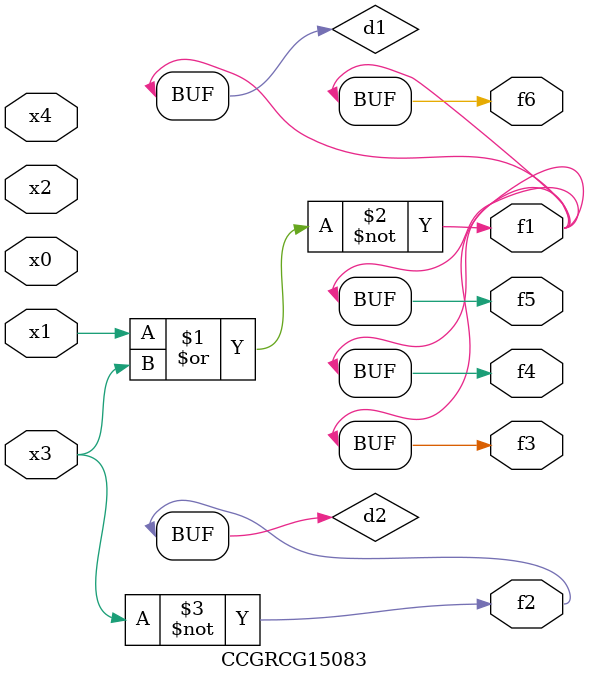
<source format=v>
module CCGRCG15083(
	input x0, x1, x2, x3, x4,
	output f1, f2, f3, f4, f5, f6
);

	wire d1, d2;

	nor (d1, x1, x3);
	not (d2, x3);
	assign f1 = d1;
	assign f2 = d2;
	assign f3 = d1;
	assign f4 = d1;
	assign f5 = d1;
	assign f6 = d1;
endmodule

</source>
